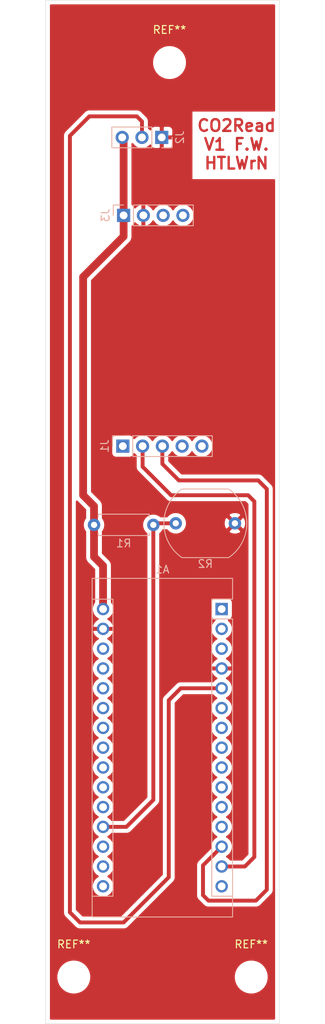
<source format=kicad_pcb>
(kicad_pcb (version 20171130) (host pcbnew "(5.1.6)-1")

  (general
    (thickness 1.6)
    (drawings 10)
    (tracks 48)
    (zones 0)
    (modules 9)
    (nets 35)
  )

  (page A4)
  (layers
    (0 F.Cu signal)
    (31 B.Cu signal)
    (32 B.Adhes user)
    (33 F.Adhes user)
    (34 B.Paste user)
    (35 F.Paste user)
    (36 B.SilkS user)
    (37 F.SilkS user)
    (38 B.Mask user)
    (39 F.Mask user)
    (40 Dwgs.User user)
    (41 Cmts.User user)
    (42 Eco1.User user)
    (43 Eco2.User user)
    (44 Edge.Cuts user)
    (45 Margin user)
    (46 B.CrtYd user)
    (47 F.CrtYd user)
    (48 B.Fab user)
    (49 F.Fab user)
  )

  (setup
    (last_trace_width 0.5)
    (user_trace_width 0.5)
    (user_trace_width 1)
    (trace_clearance 0.2)
    (zone_clearance 0.508)
    (zone_45_only no)
    (trace_min 0.2)
    (via_size 0.8)
    (via_drill 0.4)
    (via_min_size 0.4)
    (via_min_drill 0.3)
    (uvia_size 0.3)
    (uvia_drill 0.1)
    (uvias_allowed no)
    (uvia_min_size 0.2)
    (uvia_min_drill 0.1)
    (edge_width 0.05)
    (segment_width 0.2)
    (pcb_text_width 0.3)
    (pcb_text_size 1.5 1.5)
    (mod_edge_width 0.12)
    (mod_text_size 1 1)
    (mod_text_width 0.15)
    (pad_size 1.524 1.524)
    (pad_drill 0.762)
    (pad_to_mask_clearance 0.05)
    (aux_axis_origin 0 0)
    (visible_elements FFFFFF7F)
    (pcbplotparams
      (layerselection 0x010fc_ffffffff)
      (usegerberextensions false)
      (usegerberattributes true)
      (usegerberadvancedattributes true)
      (creategerberjobfile true)
      (excludeedgelayer true)
      (linewidth 0.100000)
      (plotframeref false)
      (viasonmask false)
      (mode 1)
      (useauxorigin false)
      (hpglpennumber 1)
      (hpglpenspeed 20)
      (hpglpendiameter 15.000000)
      (psnegative false)
      (psa4output false)
      (plotreference true)
      (plotvalue true)
      (plotinvisibletext false)
      (padsonsilk false)
      (subtractmaskfromsilk false)
      (outputformat 1)
      (mirror false)
      (drillshape 1)
      (scaleselection 1)
      (outputdirectory ""))
  )

  (net 0 "")
  (net 1 "Net-(A1-Pad16)")
  (net 2 "Net-(A1-Pad15)")
  (net 3 +5V)
  (net 4 CO2RX_uCTX)
  (net 5 GND)
  (net 6 CO2TX_uCRX)
  (net 7 "Net-(A1-Pad28)")
  (net 8 "Net-(A1-Pad12)")
  (net 9 "Net-(A1-Pad27)")
  (net 10 "Net-(A1-Pad11)")
  (net 11 "Net-(A1-Pad26)")
  (net 12 "Net-(A1-Pad10)")
  (net 13 "Net-(A1-Pad25)")
  (net 14 "Net-(A1-Pad9)")
  (net 15 "Net-(A1-Pad24)")
  (net 16 "Net-(A1-Pad8)")
  (net 17 "Net-(A1-Pad23)")
  (net 18 "Net-(A1-Pad7)")
  (net 19 "Net-(A1-Pad22)")
  (net 20 "Net-(A1-Pad6)")
  (net 21 "Net-(A1-Pad21)")
  (net 22 LED_DIn)
  (net 23 "Net-(A1-Pad20)")
  (net 24 "Net-(A1-Pad3)")
  (net 25 "Net-(A1-Pad18)")
  (net 26 "Net-(A1-Pad2)")
  (net 27 "Net-(A1-Pad17)")
  (net 28 "Net-(A1-Pad1)")
  (net 29 "Net-(J1-Pad5)")
  (net 30 "Net-(J1-Pad4)")
  (net 31 "Net-(J1-Pad1)")
  (net 32 "Net-(J3-Pad4)")
  (net 33 "Net-(J3-Pad3)")
  (net 34 light_sense)

  (net_class Default "This is the default net class."
    (clearance 0.2)
    (trace_width 0.25)
    (via_dia 0.8)
    (via_drill 0.4)
    (uvia_dia 0.3)
    (uvia_drill 0.1)
    (add_net +5V)
    (add_net CO2RX_uCTX)
    (add_net CO2TX_uCRX)
    (add_net GND)
    (add_net LED_DIn)
    (add_net "Net-(A1-Pad1)")
    (add_net "Net-(A1-Pad10)")
    (add_net "Net-(A1-Pad11)")
    (add_net "Net-(A1-Pad12)")
    (add_net "Net-(A1-Pad15)")
    (add_net "Net-(A1-Pad16)")
    (add_net "Net-(A1-Pad17)")
    (add_net "Net-(A1-Pad18)")
    (add_net "Net-(A1-Pad2)")
    (add_net "Net-(A1-Pad20)")
    (add_net "Net-(A1-Pad21)")
    (add_net "Net-(A1-Pad22)")
    (add_net "Net-(A1-Pad23)")
    (add_net "Net-(A1-Pad24)")
    (add_net "Net-(A1-Pad25)")
    (add_net "Net-(A1-Pad26)")
    (add_net "Net-(A1-Pad27)")
    (add_net "Net-(A1-Pad28)")
    (add_net "Net-(A1-Pad3)")
    (add_net "Net-(A1-Pad6)")
    (add_net "Net-(A1-Pad7)")
    (add_net "Net-(A1-Pad8)")
    (add_net "Net-(A1-Pad9)")
    (add_net "Net-(J1-Pad1)")
    (add_net "Net-(J1-Pad4)")
    (add_net "Net-(J1-Pad5)")
    (add_net "Net-(J3-Pad3)")
    (add_net "Net-(J3-Pad4)")
    (add_net light_sense)
  )

  (module MountingHole:MountingHole_3.2mm_M3 (layer F.Cu) (tedit 56D1B4CB) (tstamp 5F5E82DC)
    (at 235.9 34.6)
    (descr "Mounting Hole 3.2mm, no annular, M3")
    (tags "mounting hole 3.2mm no annular m3")
    (attr virtual)
    (fp_text reference REF** (at 0 -4.2) (layer F.SilkS)
      (effects (font (size 1 1) (thickness 0.15)))
    )
    (fp_text value MountingHole_3.2mm_M3 (at 0 4.2) (layer F.Fab)
      (effects (font (size 1 1) (thickness 0.15)))
    )
    (fp_text user %R (at 0.3 0) (layer F.Fab)
      (effects (font (size 1 1) (thickness 0.15)))
    )
    (fp_circle (center 0 0) (end 3.2 0) (layer Cmts.User) (width 0.15))
    (fp_circle (center 0 0) (end 3.45 0) (layer F.CrtYd) (width 0.05))
    (pad 1 np_thru_hole circle (at 0 0) (size 3.2 3.2) (drill 3.2) (layers *.Cu *.Mask))
  )

  (module MountingHole:MountingHole_3.2mm_M3 (layer F.Cu) (tedit 56D1B4CB) (tstamp 5F5E82AF)
    (at 246.4 151.9)
    (descr "Mounting Hole 3.2mm, no annular, M3")
    (tags "mounting hole 3.2mm no annular m3")
    (attr virtual)
    (fp_text reference REF** (at 0 -4.2) (layer F.SilkS)
      (effects (font (size 1 1) (thickness 0.15)))
    )
    (fp_text value MountingHole_3.2mm_M3 (at 0 4.2) (layer F.Fab)
      (effects (font (size 1 1) (thickness 0.15)))
    )
    (fp_text user %R (at 0.3 0) (layer F.Fab)
      (effects (font (size 1 1) (thickness 0.15)))
    )
    (fp_circle (center 0 0) (end 3.2 0) (layer Cmts.User) (width 0.15))
    (fp_circle (center 0 0) (end 3.45 0) (layer F.CrtYd) (width 0.05))
    (pad 1 np_thru_hole circle (at 0 0) (size 3.2 3.2) (drill 3.2) (layers *.Cu *.Mask))
  )

  (module MountingHole:MountingHole_3.2mm_M3 (layer F.Cu) (tedit 56D1B4CB) (tstamp 5F5E828A)
    (at 223.6 151.9)
    (descr "Mounting Hole 3.2mm, no annular, M3")
    (tags "mounting hole 3.2mm no annular m3")
    (attr virtual)
    (fp_text reference REF** (at 0 -4.2) (layer F.SilkS)
      (effects (font (size 1 1) (thickness 0.15)))
    )
    (fp_text value MountingHole_3.2mm_M3 (at 0 4.2) (layer F.Fab)
      (effects (font (size 1 1) (thickness 0.15)))
    )
    (fp_text user %R (at 0.3 0) (layer F.Fab)
      (effects (font (size 1 1) (thickness 0.15)))
    )
    (fp_circle (center 0 0) (end 3.2 0) (layer Cmts.User) (width 0.15))
    (fp_circle (center 0 0) (end 3.45 0) (layer F.CrtYd) (width 0.05))
    (pad 1 np_thru_hole circle (at 0 0) (size 3.2 3.2) (drill 3.2) (layers *.Cu *.Mask))
  )

  (module OptoDevice:R_LDR_10x8.5mm_P7.6mm_Vertical (layer B.Cu) (tedit 5B860466) (tstamp 5F5E1FB5)
    (at 236.7 93.7)
    (descr "Resistor, LDR 10x8.5mm")
    (tags "Resistor LDR10.8.5mm")
    (path /5F5E3471)
    (fp_text reference R2 (at 3.8 5.2) (layer B.SilkS)
      (effects (font (size 1 1) (thickness 0.15)) (justify mirror))
    )
    (fp_text value LDR03 (at 3.7 -5.2) (layer B.Fab)
      (effects (font (size 1 1) (thickness 0.15)) (justify mirror))
    )
    (fp_arc (start 3.8 0) (end 0.8 -4.25) (angle -109) (layer B.Fab) (width 0.1))
    (fp_arc (start 3.8 0) (end 6.8 4.25) (angle -109) (layer B.Fab) (width 0.1))
    (fp_arc (start 3.8 0) (end 6.8 4.4) (angle -111) (layer B.SilkS) (width 0.12))
    (fp_arc (start 3.8 0) (end 0.8 -4.4) (angle -111) (layer B.SilkS) (width 0.12))
    (fp_text user %R (at 3.8 2.5) (layer B.Fab)
      (effects (font (size 1 1) (thickness 0.15)) (justify mirror))
    )
    (fp_line (start 0.8 -4.4) (end 6.8 -4.4) (layer B.SilkS) (width 0.12))
    (fp_line (start 0.8 4.4) (end 6.8 4.4) (layer B.SilkS) (width 0.12))
    (fp_line (start 2.9 1.8) (end 4.7 1.8) (layer B.Fab) (width 0.1))
    (fp_line (start 4.7 1.8) (end 4.7 1.2) (layer B.Fab) (width 0.1))
    (fp_line (start 4.7 1.2) (end 2.9 1.2) (layer B.Fab) (width 0.1))
    (fp_line (start 2.9 1.2) (end 2.9 0.6) (layer B.Fab) (width 0.1))
    (fp_line (start 2.9 0.6) (end 4.7 0.6) (layer B.Fab) (width 0.1))
    (fp_line (start 4.7 0.6) (end 4.7 0) (layer B.Fab) (width 0.1))
    (fp_line (start 4.7 0) (end 2.9 0) (layer B.Fab) (width 0.1))
    (fp_line (start 2.9 0) (end 2.9 -0.6) (layer B.Fab) (width 0.1))
    (fp_line (start 2.9 -0.6) (end 4.7 -0.6) (layer B.Fab) (width 0.1))
    (fp_line (start 4.7 -0.6) (end 4.7 -1.2) (layer B.Fab) (width 0.1))
    (fp_line (start 4.7 -1.2) (end 2.9 -1.2) (layer B.Fab) (width 0.1))
    (fp_line (start 2.9 -1.2) (end 2.9 -1.8) (layer B.Fab) (width 0.1))
    (fp_line (start 2.9 -1.8) (end 4.7 -1.8) (layer B.Fab) (width 0.1))
    (fp_line (start 6.8 -4.25) (end 0.8 -4.25) (layer B.Fab) (width 0.1))
    (fp_line (start 0.8 4.25) (end 6.8 4.25) (layer B.Fab) (width 0.1))
    (fp_line (start -1.65 4.5) (end 9.25 4.5) (layer B.CrtYd) (width 0.05))
    (fp_line (start -1.65 4.5) (end -1.65 -4.5) (layer B.CrtYd) (width 0.05))
    (fp_line (start 9.25 -4.5) (end 9.25 4.5) (layer B.CrtYd) (width 0.05))
    (fp_line (start 9.25 -4.5) (end -1.65 -4.5) (layer B.CrtYd) (width 0.05))
    (pad 2 thru_hole circle (at 7.6 0) (size 1.6 1.6) (drill 0.8) (layers *.Cu *.Mask)
      (net 5 GND))
    (pad 1 thru_hole circle (at 0 0) (size 1.6 1.6) (drill 0.8) (layers *.Cu *.Mask)
      (net 34 light_sense))
    (model ${KISYS3DMOD}/OptoDevice.3dshapes/R_LDR_10x8.5mm_P7.6mm_Vertical.wrl
      (at (xyz 0 0 0))
      (scale (xyz 1 1 1))
      (rotate (xyz 0 0 0))
    )
  )

  (module Resistor_THT:R_Axial_DIN0207_L6.3mm_D2.5mm_P7.62mm_Horizontal (layer B.Cu) (tedit 5AE5139B) (tstamp 5F5E1F95)
    (at 226.2 93.9)
    (descr "Resistor, Axial_DIN0207 series, Axial, Horizontal, pin pitch=7.62mm, 0.25W = 1/4W, length*diameter=6.3*2.5mm^2, http://cdn-reichelt.de/documents/datenblatt/B400/1_4W%23YAG.pdf")
    (tags "Resistor Axial_DIN0207 series Axial Horizontal pin pitch 7.62mm 0.25W = 1/4W length 6.3mm diameter 2.5mm")
    (path /5F5E3197)
    (fp_text reference R1 (at 3.81 2.37) (layer B.SilkS)
      (effects (font (size 1 1) (thickness 0.15)) (justify mirror))
    )
    (fp_text value R (at 3.81 -2.37) (layer B.Fab)
      (effects (font (size 1 1) (thickness 0.15)) (justify mirror))
    )
    (fp_text user %R (at 3.81 0) (layer B.Fab)
      (effects (font (size 1 1) (thickness 0.15)) (justify mirror))
    )
    (fp_line (start 0.66 1.25) (end 0.66 -1.25) (layer B.Fab) (width 0.1))
    (fp_line (start 0.66 -1.25) (end 6.96 -1.25) (layer B.Fab) (width 0.1))
    (fp_line (start 6.96 -1.25) (end 6.96 1.25) (layer B.Fab) (width 0.1))
    (fp_line (start 6.96 1.25) (end 0.66 1.25) (layer B.Fab) (width 0.1))
    (fp_line (start 0 0) (end 0.66 0) (layer B.Fab) (width 0.1))
    (fp_line (start 7.62 0) (end 6.96 0) (layer B.Fab) (width 0.1))
    (fp_line (start 0.54 1.04) (end 0.54 1.37) (layer B.SilkS) (width 0.12))
    (fp_line (start 0.54 1.37) (end 7.08 1.37) (layer B.SilkS) (width 0.12))
    (fp_line (start 7.08 1.37) (end 7.08 1.04) (layer B.SilkS) (width 0.12))
    (fp_line (start 0.54 -1.04) (end 0.54 -1.37) (layer B.SilkS) (width 0.12))
    (fp_line (start 0.54 -1.37) (end 7.08 -1.37) (layer B.SilkS) (width 0.12))
    (fp_line (start 7.08 -1.37) (end 7.08 -1.04) (layer B.SilkS) (width 0.12))
    (fp_line (start -1.05 1.5) (end -1.05 -1.5) (layer B.CrtYd) (width 0.05))
    (fp_line (start -1.05 -1.5) (end 8.67 -1.5) (layer B.CrtYd) (width 0.05))
    (fp_line (start 8.67 -1.5) (end 8.67 1.5) (layer B.CrtYd) (width 0.05))
    (fp_line (start 8.67 1.5) (end -1.05 1.5) (layer B.CrtYd) (width 0.05))
    (pad 2 thru_hole oval (at 7.62 0) (size 1.6 1.6) (drill 0.8) (layers *.Cu *.Mask)
      (net 34 light_sense))
    (pad 1 thru_hole circle (at 0 0) (size 1.6 1.6) (drill 0.8) (layers *.Cu *.Mask)
      (net 3 +5V))
    (model ${KISYS3DMOD}/Resistor_THT.3dshapes/R_Axial_DIN0207_L6.3mm_D2.5mm_P7.62mm_Horizontal.wrl
      (at (xyz 0 0 0))
      (scale (xyz 1 1 1))
      (rotate (xyz 0 0 0))
    )
  )

  (module Connector_PinHeader_2.54mm:PinHeader_1x04_P2.54mm_Vertical (layer B.Cu) (tedit 59FED5CC) (tstamp 5F5E1F7E)
    (at 230 54.2 270)
    (descr "Through hole straight pin header, 1x04, 2.54mm pitch, single row")
    (tags "Through hole pin header THT 1x04 2.54mm single row")
    (path /5F5E1F1D)
    (fp_text reference J3 (at 0 2.33 90) (layer B.SilkS)
      (effects (font (size 1 1) (thickness 0.15)) (justify mirror))
    )
    (fp_text value Conn_01x04 (at 0 -9.95 90) (layer B.Fab)
      (effects (font (size 1 1) (thickness 0.15)) (justify mirror))
    )
    (fp_text user %R (at 0 -3.81 180) (layer B.Fab)
      (effects (font (size 1 1) (thickness 0.15)) (justify mirror))
    )
    (fp_line (start -0.635 1.27) (end 1.27 1.27) (layer B.Fab) (width 0.1))
    (fp_line (start 1.27 1.27) (end 1.27 -8.89) (layer B.Fab) (width 0.1))
    (fp_line (start 1.27 -8.89) (end -1.27 -8.89) (layer B.Fab) (width 0.1))
    (fp_line (start -1.27 -8.89) (end -1.27 0.635) (layer B.Fab) (width 0.1))
    (fp_line (start -1.27 0.635) (end -0.635 1.27) (layer B.Fab) (width 0.1))
    (fp_line (start -1.33 -8.95) (end 1.33 -8.95) (layer B.SilkS) (width 0.12))
    (fp_line (start -1.33 -1.27) (end -1.33 -8.95) (layer B.SilkS) (width 0.12))
    (fp_line (start 1.33 -1.27) (end 1.33 -8.95) (layer B.SilkS) (width 0.12))
    (fp_line (start -1.33 -1.27) (end 1.33 -1.27) (layer B.SilkS) (width 0.12))
    (fp_line (start -1.33 0) (end -1.33 1.33) (layer B.SilkS) (width 0.12))
    (fp_line (start -1.33 1.33) (end 0 1.33) (layer B.SilkS) (width 0.12))
    (fp_line (start -1.8 1.8) (end -1.8 -9.4) (layer B.CrtYd) (width 0.05))
    (fp_line (start -1.8 -9.4) (end 1.8 -9.4) (layer B.CrtYd) (width 0.05))
    (fp_line (start 1.8 -9.4) (end 1.8 1.8) (layer B.CrtYd) (width 0.05))
    (fp_line (start 1.8 1.8) (end -1.8 1.8) (layer B.CrtYd) (width 0.05))
    (pad 4 thru_hole oval (at 0 -7.62 270) (size 1.7 1.7) (drill 1) (layers *.Cu *.Mask)
      (net 32 "Net-(J3-Pad4)"))
    (pad 3 thru_hole oval (at 0 -5.08 270) (size 1.7 1.7) (drill 1) (layers *.Cu *.Mask)
      (net 33 "Net-(J3-Pad3)"))
    (pad 2 thru_hole oval (at 0 -2.54 270) (size 1.7 1.7) (drill 1) (layers *.Cu *.Mask)
      (net 5 GND))
    (pad 1 thru_hole rect (at 0 0 270) (size 1.7 1.7) (drill 1) (layers *.Cu *.Mask)
      (net 3 +5V))
    (model ${KISYS3DMOD}/Connector_PinHeader_2.54mm.3dshapes/PinHeader_1x04_P2.54mm_Vertical.wrl
      (at (xyz 0 0 0))
      (scale (xyz 1 1 1))
      (rotate (xyz 0 0 0))
    )
  )

  (module Connector_PinHeader_2.54mm:PinHeader_1x03_P2.54mm_Vertical (layer B.Cu) (tedit 59FED5CC) (tstamp 5F5E1F66)
    (at 234.9 44.2 90)
    (descr "Through hole straight pin header, 1x03, 2.54mm pitch, single row")
    (tags "Through hole pin header THT 1x03 2.54mm single row")
    (path /5F5E2E85)
    (fp_text reference J2 (at 0 2.33 90) (layer B.SilkS)
      (effects (font (size 1 1) (thickness 0.15)) (justify mirror))
    )
    (fp_text value Conn_01x03 (at 0 -7.41 90) (layer B.Fab)
      (effects (font (size 1 1) (thickness 0.15)) (justify mirror))
    )
    (fp_text user %R (at 0 -2.54 180) (layer B.Fab)
      (effects (font (size 1 1) (thickness 0.15)) (justify mirror))
    )
    (fp_line (start -0.635 1.27) (end 1.27 1.27) (layer B.Fab) (width 0.1))
    (fp_line (start 1.27 1.27) (end 1.27 -6.35) (layer B.Fab) (width 0.1))
    (fp_line (start 1.27 -6.35) (end -1.27 -6.35) (layer B.Fab) (width 0.1))
    (fp_line (start -1.27 -6.35) (end -1.27 0.635) (layer B.Fab) (width 0.1))
    (fp_line (start -1.27 0.635) (end -0.635 1.27) (layer B.Fab) (width 0.1))
    (fp_line (start -1.33 -6.41) (end 1.33 -6.41) (layer B.SilkS) (width 0.12))
    (fp_line (start -1.33 -1.27) (end -1.33 -6.41) (layer B.SilkS) (width 0.12))
    (fp_line (start 1.33 -1.27) (end 1.33 -6.41) (layer B.SilkS) (width 0.12))
    (fp_line (start -1.33 -1.27) (end 1.33 -1.27) (layer B.SilkS) (width 0.12))
    (fp_line (start -1.33 0) (end -1.33 1.33) (layer B.SilkS) (width 0.12))
    (fp_line (start -1.33 1.33) (end 0 1.33) (layer B.SilkS) (width 0.12))
    (fp_line (start -1.8 1.8) (end -1.8 -6.85) (layer B.CrtYd) (width 0.05))
    (fp_line (start -1.8 -6.85) (end 1.8 -6.85) (layer B.CrtYd) (width 0.05))
    (fp_line (start 1.8 -6.85) (end 1.8 1.8) (layer B.CrtYd) (width 0.05))
    (fp_line (start 1.8 1.8) (end -1.8 1.8) (layer B.CrtYd) (width 0.05))
    (pad 3 thru_hole oval (at 0 -5.08 90) (size 1.7 1.7) (drill 1) (layers *.Cu *.Mask)
      (net 3 +5V))
    (pad 2 thru_hole oval (at 0 -2.54 90) (size 1.7 1.7) (drill 1) (layers *.Cu *.Mask)
      (net 22 LED_DIn))
    (pad 1 thru_hole rect (at 0 0 90) (size 1.7 1.7) (drill 1) (layers *.Cu *.Mask)
      (net 5 GND))
    (model ${KISYS3DMOD}/Connector_PinHeader_2.54mm.3dshapes/PinHeader_1x03_P2.54mm_Vertical.wrl
      (at (xyz 0 0 0))
      (scale (xyz 1 1 1))
      (rotate (xyz 0 0 0))
    )
  )

  (module Connector_PinHeader_2.54mm:PinHeader_1x05_P2.54mm_Vertical (layer B.Cu) (tedit 59FED5CC) (tstamp 5F5E1F4F)
    (at 229.9 83.8 270)
    (descr "Through hole straight pin header, 1x05, 2.54mm pitch, single row")
    (tags "Through hole pin header THT 1x05 2.54mm single row")
    (path /5F5E273C)
    (fp_text reference J1 (at 0 2.33 90) (layer B.SilkS)
      (effects (font (size 1 1) (thickness 0.15)) (justify mirror))
    )
    (fp_text value Conn_01x05 (at 0 -12.49 90) (layer B.Fab)
      (effects (font (size 1 1) (thickness 0.15)) (justify mirror))
    )
    (fp_text user %R (at 0 -5.08 180) (layer B.Fab)
      (effects (font (size 1 1) (thickness 0.15)) (justify mirror))
    )
    (fp_line (start -0.635 1.27) (end 1.27 1.27) (layer B.Fab) (width 0.1))
    (fp_line (start 1.27 1.27) (end 1.27 -11.43) (layer B.Fab) (width 0.1))
    (fp_line (start 1.27 -11.43) (end -1.27 -11.43) (layer B.Fab) (width 0.1))
    (fp_line (start -1.27 -11.43) (end -1.27 0.635) (layer B.Fab) (width 0.1))
    (fp_line (start -1.27 0.635) (end -0.635 1.27) (layer B.Fab) (width 0.1))
    (fp_line (start -1.33 -11.49) (end 1.33 -11.49) (layer B.SilkS) (width 0.12))
    (fp_line (start -1.33 -1.27) (end -1.33 -11.49) (layer B.SilkS) (width 0.12))
    (fp_line (start 1.33 -1.27) (end 1.33 -11.49) (layer B.SilkS) (width 0.12))
    (fp_line (start -1.33 -1.27) (end 1.33 -1.27) (layer B.SilkS) (width 0.12))
    (fp_line (start -1.33 0) (end -1.33 1.33) (layer B.SilkS) (width 0.12))
    (fp_line (start -1.33 1.33) (end 0 1.33) (layer B.SilkS) (width 0.12))
    (fp_line (start -1.8 1.8) (end -1.8 -11.95) (layer B.CrtYd) (width 0.05))
    (fp_line (start -1.8 -11.95) (end 1.8 -11.95) (layer B.CrtYd) (width 0.05))
    (fp_line (start 1.8 -11.95) (end 1.8 1.8) (layer B.CrtYd) (width 0.05))
    (fp_line (start 1.8 1.8) (end -1.8 1.8) (layer B.CrtYd) (width 0.05))
    (pad 5 thru_hole oval (at 0 -10.16 270) (size 1.7 1.7) (drill 1) (layers *.Cu *.Mask)
      (net 29 "Net-(J1-Pad5)"))
    (pad 4 thru_hole oval (at 0 -7.62 270) (size 1.7 1.7) (drill 1) (layers *.Cu *.Mask)
      (net 30 "Net-(J1-Pad4)"))
    (pad 3 thru_hole oval (at 0 -5.08 270) (size 1.7 1.7) (drill 1) (layers *.Cu *.Mask)
      (net 6 CO2TX_uCRX))
    (pad 2 thru_hole oval (at 0 -2.54 270) (size 1.7 1.7) (drill 1) (layers *.Cu *.Mask)
      (net 4 CO2RX_uCTX))
    (pad 1 thru_hole rect (at 0 0 270) (size 1.7 1.7) (drill 1) (layers *.Cu *.Mask)
      (net 31 "Net-(J1-Pad1)"))
    (model ${KISYS3DMOD}/Connector_PinHeader_2.54mm.3dshapes/PinHeader_1x05_P2.54mm_Vertical.wrl
      (at (xyz 0 0 0))
      (scale (xyz 1 1 1))
      (rotate (xyz 0 0 0))
    )
  )

  (module Module:Arduino_Nano (layer B.Cu) (tedit 58ACAF70) (tstamp 5F5E24EF)
    (at 242.6 104.7 180)
    (descr "Arduino Nano, http://www.mouser.com/pdfdocs/Gravitech_Arduino_Nano3_0.pdf")
    (tags "Arduino Nano")
    (path /5F5E1216)
    (fp_text reference A1 (at 7.62 5.08) (layer B.SilkS)
      (effects (font (size 1 1) (thickness 0.15)) (justify mirror))
    )
    (fp_text value Arduino_Nano_v2.x (at 8.89 -19.05 270) (layer B.Fab)
      (effects (font (size 1 1) (thickness 0.15)) (justify mirror))
    )
    (fp_text user %R (at 6.35 -19.05 270) (layer B.Fab)
      (effects (font (size 1 1) (thickness 0.15)) (justify mirror))
    )
    (fp_line (start 1.27 -1.27) (end 1.27 1.27) (layer B.SilkS) (width 0.12))
    (fp_line (start 1.27 1.27) (end -1.4 1.27) (layer B.SilkS) (width 0.12))
    (fp_line (start -1.4 -1.27) (end -1.4 -39.5) (layer B.SilkS) (width 0.12))
    (fp_line (start -1.4 3.94) (end -1.4 1.27) (layer B.SilkS) (width 0.12))
    (fp_line (start 13.97 1.27) (end 16.64 1.27) (layer B.SilkS) (width 0.12))
    (fp_line (start 13.97 1.27) (end 13.97 -36.83) (layer B.SilkS) (width 0.12))
    (fp_line (start 13.97 -36.83) (end 16.64 -36.83) (layer B.SilkS) (width 0.12))
    (fp_line (start 1.27 -1.27) (end -1.4 -1.27) (layer B.SilkS) (width 0.12))
    (fp_line (start 1.27 -1.27) (end 1.27 -36.83) (layer B.SilkS) (width 0.12))
    (fp_line (start 1.27 -36.83) (end -1.4 -36.83) (layer B.SilkS) (width 0.12))
    (fp_line (start 3.81 -31.75) (end 11.43 -31.75) (layer B.Fab) (width 0.1))
    (fp_line (start 11.43 -31.75) (end 11.43 -41.91) (layer B.Fab) (width 0.1))
    (fp_line (start 11.43 -41.91) (end 3.81 -41.91) (layer B.Fab) (width 0.1))
    (fp_line (start 3.81 -41.91) (end 3.81 -31.75) (layer B.Fab) (width 0.1))
    (fp_line (start -1.4 -39.5) (end 16.64 -39.5) (layer B.SilkS) (width 0.12))
    (fp_line (start 16.64 -39.5) (end 16.64 3.94) (layer B.SilkS) (width 0.12))
    (fp_line (start 16.64 3.94) (end -1.4 3.94) (layer B.SilkS) (width 0.12))
    (fp_line (start 16.51 -39.37) (end -1.27 -39.37) (layer B.Fab) (width 0.1))
    (fp_line (start -1.27 -39.37) (end -1.27 2.54) (layer B.Fab) (width 0.1))
    (fp_line (start -1.27 2.54) (end 0 3.81) (layer B.Fab) (width 0.1))
    (fp_line (start 0 3.81) (end 16.51 3.81) (layer B.Fab) (width 0.1))
    (fp_line (start 16.51 3.81) (end 16.51 -39.37) (layer B.Fab) (width 0.1))
    (fp_line (start -1.53 4.06) (end 16.75 4.06) (layer B.CrtYd) (width 0.05))
    (fp_line (start -1.53 4.06) (end -1.53 -42.16) (layer B.CrtYd) (width 0.05))
    (fp_line (start 16.75 -42.16) (end 16.75 4.06) (layer B.CrtYd) (width 0.05))
    (fp_line (start 16.75 -42.16) (end -1.53 -42.16) (layer B.CrtYd) (width 0.05))
    (pad 16 thru_hole oval (at 15.24 -35.56 180) (size 1.6 1.6) (drill 1) (layers *.Cu *.Mask)
      (net 1 "Net-(A1-Pad16)"))
    (pad 15 thru_hole oval (at 0 -35.56 180) (size 1.6 1.6) (drill 1) (layers *.Cu *.Mask)
      (net 2 "Net-(A1-Pad15)"))
    (pad 30 thru_hole oval (at 15.24 0 180) (size 1.6 1.6) (drill 1) (layers *.Cu *.Mask)
      (net 3 +5V))
    (pad 14 thru_hole oval (at 0 -33.02 180) (size 1.6 1.6) (drill 1) (layers *.Cu *.Mask)
      (net 4 CO2RX_uCTX))
    (pad 29 thru_hole oval (at 15.24 -2.54 180) (size 1.6 1.6) (drill 1) (layers *.Cu *.Mask)
      (net 5 GND))
    (pad 13 thru_hole oval (at 0 -30.48 180) (size 1.6 1.6) (drill 1) (layers *.Cu *.Mask)
      (net 6 CO2TX_uCRX))
    (pad 28 thru_hole oval (at 15.24 -5.08 180) (size 1.6 1.6) (drill 1) (layers *.Cu *.Mask)
      (net 7 "Net-(A1-Pad28)"))
    (pad 12 thru_hole oval (at 0 -27.94 180) (size 1.6 1.6) (drill 1) (layers *.Cu *.Mask)
      (net 8 "Net-(A1-Pad12)"))
    (pad 27 thru_hole oval (at 15.24 -7.62 180) (size 1.6 1.6) (drill 1) (layers *.Cu *.Mask)
      (net 9 "Net-(A1-Pad27)"))
    (pad 11 thru_hole oval (at 0 -25.4 180) (size 1.6 1.6) (drill 1) (layers *.Cu *.Mask)
      (net 10 "Net-(A1-Pad11)"))
    (pad 26 thru_hole oval (at 15.24 -10.16 180) (size 1.6 1.6) (drill 1) (layers *.Cu *.Mask)
      (net 11 "Net-(A1-Pad26)"))
    (pad 10 thru_hole oval (at 0 -22.86 180) (size 1.6 1.6) (drill 1) (layers *.Cu *.Mask)
      (net 12 "Net-(A1-Pad10)"))
    (pad 25 thru_hole oval (at 15.24 -12.7 180) (size 1.6 1.6) (drill 1) (layers *.Cu *.Mask)
      (net 13 "Net-(A1-Pad25)"))
    (pad 9 thru_hole oval (at 0 -20.32 180) (size 1.6 1.6) (drill 1) (layers *.Cu *.Mask)
      (net 14 "Net-(A1-Pad9)"))
    (pad 24 thru_hole oval (at 15.24 -15.24 180) (size 1.6 1.6) (drill 1) (layers *.Cu *.Mask)
      (net 15 "Net-(A1-Pad24)"))
    (pad 8 thru_hole oval (at 0 -17.78 180) (size 1.6 1.6) (drill 1) (layers *.Cu *.Mask)
      (net 16 "Net-(A1-Pad8)"))
    (pad 23 thru_hole oval (at 15.24 -17.78 180) (size 1.6 1.6) (drill 1) (layers *.Cu *.Mask)
      (net 17 "Net-(A1-Pad23)"))
    (pad 7 thru_hole oval (at 0 -15.24 180) (size 1.6 1.6) (drill 1) (layers *.Cu *.Mask)
      (net 18 "Net-(A1-Pad7)"))
    (pad 22 thru_hole oval (at 15.24 -20.32 180) (size 1.6 1.6) (drill 1) (layers *.Cu *.Mask)
      (net 19 "Net-(A1-Pad22)"))
    (pad 6 thru_hole oval (at 0 -12.7 180) (size 1.6 1.6) (drill 1) (layers *.Cu *.Mask)
      (net 20 "Net-(A1-Pad6)"))
    (pad 21 thru_hole oval (at 15.24 -22.86 180) (size 1.6 1.6) (drill 1) (layers *.Cu *.Mask)
      (net 21 "Net-(A1-Pad21)"))
    (pad 5 thru_hole oval (at 0 -10.16 180) (size 1.6 1.6) (drill 1) (layers *.Cu *.Mask)
      (net 22 LED_DIn))
    (pad 20 thru_hole oval (at 15.24 -25.4 180) (size 1.6 1.6) (drill 1) (layers *.Cu *.Mask)
      (net 23 "Net-(A1-Pad20)"))
    (pad 4 thru_hole oval (at 0 -7.62 180) (size 1.6 1.6) (drill 1) (layers *.Cu *.Mask)
      (net 5 GND))
    (pad 19 thru_hole oval (at 15.24 -27.94 180) (size 1.6 1.6) (drill 1) (layers *.Cu *.Mask)
      (net 34 light_sense))
    (pad 3 thru_hole oval (at 0 -5.08 180) (size 1.6 1.6) (drill 1) (layers *.Cu *.Mask)
      (net 24 "Net-(A1-Pad3)"))
    (pad 18 thru_hole oval (at 15.24 -30.48 180) (size 1.6 1.6) (drill 1) (layers *.Cu *.Mask)
      (net 25 "Net-(A1-Pad18)"))
    (pad 2 thru_hole oval (at 0 -2.54 180) (size 1.6 1.6) (drill 1) (layers *.Cu *.Mask)
      (net 26 "Net-(A1-Pad2)"))
    (pad 17 thru_hole oval (at 15.24 -33.02 180) (size 1.6 1.6) (drill 1) (layers *.Cu *.Mask)
      (net 27 "Net-(A1-Pad17)"))
    (pad 1 thru_hole rect (at 0 0 180) (size 1.6 1.6) (drill 1) (layers *.Cu *.Mask)
      (net 28 "Net-(A1-Pad1)"))
    (model ${KISYS3DMOD}/Module.3dshapes/Arduino_Nano_WithMountingHoles.wrl
      (at (xyz 0 0 0))
      (scale (xyz 1 1 1))
      (rotate (xyz 0 0 0))
    )
  )

  (gr_line (start 220 157.9) (end 220 147) (layer Edge.Cuts) (width 0.05) (tstamp 5F5E82DF))
  (gr_line (start 250 157.9) (end 220 157.9) (layer Edge.Cuts) (width 0.05))
  (gr_line (start 250 147) (end 250 157.9) (layer Edge.Cuts) (width 0.05))
  (gr_line (start 250 26.6) (end 250 40) (layer Edge.Cuts) (width 0.05) (tstamp 5F5E82DD))
  (gr_line (start 220 26.6) (end 250 26.6) (layer Edge.Cuts) (width 0.05))
  (gr_line (start 220 40) (end 220 26.6) (layer Edge.Cuts) (width 0.05))
  (gr_line (start 223.5 151.9) (end 246.4 151.9) (layer Dwgs.User) (width 0.15))
  (gr_text "CO2Read\nV1 F.W.\nHTLWrN" (at 244.5 45.1) (layer F.Cu)
    (effects (font (size 1.5 1.5) (thickness 0.3)))
  )
  (gr_line (start 220 40) (end 220 147) (layer Edge.Cuts) (width 0.05))
  (gr_line (start 250 147) (end 250 40) (layer Edge.Cuts) (width 0.05))

  (segment (start 227.36 104.7) (end 227.36 99.16) (width 1) (layer F.Cu) (net 3))
  (segment (start 226.2 98) (end 226.2 93.9) (width 1) (layer F.Cu) (net 3))
  (segment (start 227.36 99.16) (end 226.2 98) (width 1) (layer F.Cu) (net 3))
  (segment (start 230 56.9) (end 230 54.2) (width 1) (layer F.Cu) (net 3))
  (segment (start 230 44.38) (end 229.82 44.2) (width 1) (layer F.Cu) (net 3))
  (segment (start 230 54.2) (end 230 44.38) (width 1) (layer F.Cu) (net 3))
  (segment (start 226.2 93.9) (end 226.2 91.5) (width 1) (layer F.Cu) (net 3))
  (segment (start 226.2 91.5) (end 224.8 90.1) (width 1) (layer F.Cu) (net 3))
  (segment (start 224.8 90.1) (end 224.8 62.1) (width 1) (layer F.Cu) (net 3))
  (segment (start 226.2 60.7) (end 226.6 60.3) (width 1) (layer F.Cu) (net 3))
  (segment (start 224.8 62.1) (end 226.6 60.3) (width 1) (layer F.Cu) (net 3))
  (segment (start 226.6 60.3) (end 230 56.9) (width 1) (layer F.Cu) (net 3))
  (segment (start 232.44 83.8) (end 232.44 86.44) (width 0.5) (layer F.Cu) (net 4))
  (segment (start 232.44 86.44) (end 236.1 90.1) (width 0.5) (layer F.Cu) (net 4))
  (segment (start 245.2 90.1) (end 245.6 90.1) (width 0.5) (layer F.Cu) (net 4))
  (segment (start 236.1 90.1) (end 245.2 90.1) (width 0.5) (layer F.Cu) (net 4))
  (segment (start 246 90.1) (end 246.8 90.9) (width 0.5) (layer F.Cu) (net 4))
  (segment (start 245.2 90.1) (end 246 90.1) (width 0.5) (layer F.Cu) (net 4))
  (segment (start 245.18 137.72) (end 242.6 137.72) (width 0.5) (layer F.Cu) (net 4))
  (segment (start 246.8 90.9) (end 246.8 136.5) (width 0.5) (layer F.Cu) (net 4))
  (segment (start 245.58 137.72) (end 245.18 137.72) (width 0.5) (layer F.Cu) (net 4))
  (segment (start 246.8 136.5) (end 245.58 137.72) (width 0.5) (layer F.Cu) (net 4))
  (segment (start 240.2 137.58) (end 242.6 135.18) (width 0.5) (layer F.Cu) (net 6))
  (segment (start 240.2 141.4) (end 240.2 137.58) (width 0.5) (layer F.Cu) (net 6))
  (segment (start 240.9 142.1) (end 240.2 141.4) (width 0.5) (layer F.Cu) (net 6))
  (segment (start 247 142.1) (end 240.9 142.1) (width 0.5) (layer F.Cu) (net 6))
  (segment (start 248.4 140.7) (end 247 142.1) (width 0.5) (layer F.Cu) (net 6))
  (segment (start 234.98 83.8) (end 234.98 86.08) (width 0.5) (layer F.Cu) (net 6))
  (segment (start 237.1 88.2) (end 247.3 88.2) (width 0.5) (layer F.Cu) (net 6))
  (segment (start 247.3 88.2) (end 248.4 89.3) (width 0.5) (layer F.Cu) (net 6))
  (segment (start 234.98 86.08) (end 237.1 88.2) (width 0.5) (layer F.Cu) (net 6))
  (segment (start 248.4 89.3) (end 248.4 140.7) (width 0.5) (layer F.Cu) (net 6))
  (segment (start 237.34 114.86) (end 242.6 114.86) (width 0.5) (layer F.Cu) (net 22))
  (segment (start 235.8 139.1) (end 235.8 116.4) (width 0.5) (layer F.Cu) (net 22))
  (segment (start 223.1 143.6) (end 224.4 144.9) (width 0.5) (layer F.Cu) (net 22))
  (segment (start 232.36 42.16) (end 231.7 41.5) (width 0.5) (layer F.Cu) (net 22))
  (segment (start 223.1 44) (end 223.1 143.6) (width 0.5) (layer F.Cu) (net 22))
  (segment (start 230 144.9) (end 235.8 139.1) (width 0.5) (layer F.Cu) (net 22))
  (segment (start 224.4 144.9) (end 230 144.9) (width 0.5) (layer F.Cu) (net 22))
  (segment (start 232.36 44.2) (end 232.36 42.16) (width 0.5) (layer F.Cu) (net 22))
  (segment (start 235.8 116.4) (end 237.34 114.86) (width 0.5) (layer F.Cu) (net 22))
  (segment (start 231.7 41.5) (end 225.6 41.5) (width 0.5) (layer F.Cu) (net 22))
  (segment (start 225.6 41.5) (end 223.1 44) (width 0.5) (layer F.Cu) (net 22))
  (segment (start 227.36 132.64) (end 230.36 132.64) (width 0.5) (layer F.Cu) (net 34))
  (segment (start 233.82 129.18) (end 233.82 93.9) (width 0.5) (layer F.Cu) (net 34))
  (segment (start 230.36 132.64) (end 233.82 129.18) (width 0.5) (layer F.Cu) (net 34))
  (segment (start 234.02 93.7) (end 233.82 93.9) (width 0.5) (layer F.Cu) (net 34))
  (segment (start 236.7 93.7) (end 234.02 93.7) (width 0.5) (layer F.Cu) (net 34))

  (zone (net 5) (net_name GND) (layer F.Cu) (tstamp 0) (hatch edge 0.508)
    (connect_pads (clearance 0.508))
    (min_thickness 0.254)
    (fill yes (arc_segments 32) (thermal_gap 0.508) (thermal_bridge_width 0.508))
    (polygon
      (pts
        (xy 250 157.9) (xy 220 157.9) (xy 220 26.6) (xy 250 26.6)
      )
    )
    (filled_polygon
      (pts
        (xy 249.340001 39.967581) (xy 249.340001 40.76) (xy 238.715 40.76) (xy 238.715 49.68) (xy 249.340001 49.68)
        (xy 249.34 146.967581) (xy 249.34 146.967582) (xy 249.340001 157.24) (xy 220.66 157.24) (xy 220.66 151.679872)
        (xy 221.365 151.679872) (xy 221.365 152.120128) (xy 221.45089 152.551925) (xy 221.619369 152.958669) (xy 221.863962 153.324729)
        (xy 222.175271 153.636038) (xy 222.541331 153.880631) (xy 222.948075 154.04911) (xy 223.379872 154.135) (xy 223.820128 154.135)
        (xy 224.251925 154.04911) (xy 224.658669 153.880631) (xy 225.024729 153.636038) (xy 225.336038 153.324729) (xy 225.580631 152.958669)
        (xy 225.74911 152.551925) (xy 225.835 152.120128) (xy 225.835 151.679872) (xy 244.165 151.679872) (xy 244.165 152.120128)
        (xy 244.25089 152.551925) (xy 244.419369 152.958669) (xy 244.663962 153.324729) (xy 244.975271 153.636038) (xy 245.341331 153.880631)
        (xy 245.748075 154.04911) (xy 246.179872 154.135) (xy 246.620128 154.135) (xy 247.051925 154.04911) (xy 247.458669 153.880631)
        (xy 247.824729 153.636038) (xy 248.136038 153.324729) (xy 248.380631 152.958669) (xy 248.54911 152.551925) (xy 248.635 152.120128)
        (xy 248.635 151.679872) (xy 248.54911 151.248075) (xy 248.380631 150.841331) (xy 248.136038 150.475271) (xy 247.824729 150.163962)
        (xy 247.458669 149.919369) (xy 247.051925 149.75089) (xy 246.620128 149.665) (xy 246.179872 149.665) (xy 245.748075 149.75089)
        (xy 245.341331 149.919369) (xy 244.975271 150.163962) (xy 244.663962 150.475271) (xy 244.419369 150.841331) (xy 244.25089 151.248075)
        (xy 244.165 151.679872) (xy 225.835 151.679872) (xy 225.74911 151.248075) (xy 225.580631 150.841331) (xy 225.336038 150.475271)
        (xy 225.024729 150.163962) (xy 224.658669 149.919369) (xy 224.251925 149.75089) (xy 223.820128 149.665) (xy 223.379872 149.665)
        (xy 222.948075 149.75089) (xy 222.541331 149.919369) (xy 222.175271 150.163962) (xy 221.863962 150.475271) (xy 221.619369 150.841331)
        (xy 221.45089 151.248075) (xy 221.365 151.679872) (xy 220.66 151.679872) (xy 220.66 44) (xy 222.210719 44)
        (xy 222.215 44.043469) (xy 222.215001 143.556521) (xy 222.210719 143.6) (xy 222.227805 143.77349) (xy 222.278412 143.940313)
        (xy 222.36059 144.094059) (xy 222.443468 144.195046) (xy 222.443471 144.195049) (xy 222.471184 144.228817) (xy 222.504951 144.256529)
        (xy 223.74347 145.495049) (xy 223.771183 145.528817) (xy 223.804951 145.55653) (xy 223.804953 145.556532) (xy 223.905941 145.639411)
        (xy 224.059686 145.721589) (xy 224.22651 145.772195) (xy 224.356523 145.785) (xy 224.356531 145.785) (xy 224.4 145.789281)
        (xy 224.443469 145.785) (xy 229.956531 145.785) (xy 230 145.789281) (xy 230.043469 145.785) (xy 230.043477 145.785)
        (xy 230.17349 145.772195) (xy 230.340313 145.721589) (xy 230.494059 145.639411) (xy 230.628817 145.528817) (xy 230.656534 145.495044)
        (xy 236.395051 139.756528) (xy 236.428817 139.728817) (xy 236.539411 139.594059) (xy 236.54678 139.580273) (xy 236.621589 139.440314)
        (xy 236.672195 139.27349) (xy 236.672195 139.273489) (xy 236.685 139.143477) (xy 236.685 139.143469) (xy 236.689281 139.1)
        (xy 236.685 139.056531) (xy 236.685 116.766578) (xy 237.706579 115.745) (xy 241.465479 115.745) (xy 241.485363 115.774759)
        (xy 241.685241 115.974637) (xy 241.917759 116.13) (xy 241.685241 116.285363) (xy 241.485363 116.485241) (xy 241.32832 116.720273)
        (xy 241.220147 116.981426) (xy 241.165 117.258665) (xy 241.165 117.541335) (xy 241.220147 117.818574) (xy 241.32832 118.079727)
        (xy 241.485363 118.314759) (xy 241.685241 118.514637) (xy 241.917759 118.67) (xy 241.685241 118.825363) (xy 241.485363 119.025241)
        (xy 241.32832 119.260273) (xy 241.220147 119.521426) (xy 241.165 119.798665) (xy 241.165 120.081335) (xy 241.220147 120.358574)
        (xy 241.32832 120.619727) (xy 241.485363 120.854759) (xy 241.685241 121.054637) (xy 241.917759 121.21) (xy 241.685241 121.365363)
        (xy 241.485363 121.565241) (xy 241.32832 121.800273) (xy 241.220147 122.061426) (xy 241.165 122.338665) (xy 241.165 122.621335)
        (xy 241.220147 122.898574) (xy 241.32832 123.159727) (xy 241.485363 123.394759) (xy 241.685241 123.594637) (xy 241.917759 123.75)
        (xy 241.685241 123.905363) (xy 241.485363 124.105241) (xy 241.32832 124.340273) (xy 241.220147 124.601426) (xy 241.165 124.878665)
        (xy 241.165 125.161335) (xy 241.220147 125.438574) (xy 241.32832 125.699727) (xy 241.485363 125.934759) (xy 241.685241 126.134637)
        (xy 241.917759 126.29) (xy 241.685241 126.445363) (xy 241.485363 126.645241) (xy 241.32832 126.880273) (xy 241.220147 127.141426)
        (xy 241.165 127.418665) (xy 241.165 127.701335) (xy 241.220147 127.978574) (xy 241.32832 128.239727) (xy 241.485363 128.474759)
        (xy 241.685241 128.674637) (xy 241.917759 128.83) (xy 241.685241 128.985363) (xy 241.485363 129.185241) (xy 241.32832 129.420273)
        (xy 241.220147 129.681426) (xy 241.165 129.958665) (xy 241.165 130.241335) (xy 241.220147 130.518574) (xy 241.32832 130.779727)
        (xy 241.485363 131.014759) (xy 241.685241 131.214637) (xy 241.917759 131.37) (xy 241.685241 131.525363) (xy 241.485363 131.725241)
        (xy 241.32832 131.960273) (xy 241.220147 132.221426) (xy 241.165 132.498665) (xy 241.165 132.781335) (xy 241.220147 133.058574)
        (xy 241.32832 133.319727) (xy 241.485363 133.554759) (xy 241.685241 133.754637) (xy 241.917759 133.91) (xy 241.685241 134.065363)
        (xy 241.485363 134.265241) (xy 241.32832 134.500273) (xy 241.220147 134.761426) (xy 241.165 135.038665) (xy 241.165 135.321335)
        (xy 241.171983 135.356439) (xy 239.604951 136.923471) (xy 239.571184 136.951183) (xy 239.543471 136.984951) (xy 239.543468 136.984954)
        (xy 239.46059 137.085941) (xy 239.378412 137.239687) (xy 239.327805 137.40651) (xy 239.310719 137.58) (xy 239.315001 137.623479)
        (xy 239.315 141.356531) (xy 239.310719 141.4) (xy 239.315 141.443469) (xy 239.315 141.443476) (xy 239.323687 141.53168)
        (xy 239.327678 141.572195) (xy 239.327805 141.573489) (xy 239.378411 141.740312) (xy 239.460589 141.894058) (xy 239.571183 142.028817)
        (xy 239.604956 142.056534) (xy 240.24347 142.695049) (xy 240.271183 142.728817) (xy 240.304951 142.75653) (xy 240.304953 142.756532)
        (xy 240.331614 142.778412) (xy 240.405941 142.839411) (xy 240.559687 142.921589) (xy 240.72651 142.972195) (xy 240.856523 142.985)
        (xy 240.856533 142.985) (xy 240.899999 142.989281) (xy 240.943465 142.985) (xy 246.956531 142.985) (xy 247 142.989281)
        (xy 247.043469 142.985) (xy 247.043477 142.985) (xy 247.17349 142.972195) (xy 247.340313 142.921589) (xy 247.494059 142.839411)
        (xy 247.628817 142.728817) (xy 247.656534 142.695044) (xy 248.995049 141.35653) (xy 249.028817 141.328817) (xy 249.070185 141.278411)
        (xy 249.13941 141.19406) (xy 249.139411 141.194059) (xy 249.221589 141.040313) (xy 249.272195 140.87349) (xy 249.285 140.743477)
        (xy 249.285 140.743468) (xy 249.289281 140.7) (xy 249.285 140.656531) (xy 249.285 89.343469) (xy 249.289281 89.3)
        (xy 249.285 89.256531) (xy 249.285 89.256523) (xy 249.272195 89.12651) (xy 249.221589 88.959687) (xy 249.139411 88.805941)
        (xy 249.028817 88.671183) (xy 248.99505 88.643471) (xy 247.956534 87.604956) (xy 247.928817 87.571183) (xy 247.794059 87.460589)
        (xy 247.640313 87.378411) (xy 247.47349 87.327805) (xy 247.343477 87.315) (xy 247.343469 87.315) (xy 247.3 87.310719)
        (xy 247.256531 87.315) (xy 237.466579 87.315) (xy 235.865 85.713422) (xy 235.865 84.994656) (xy 235.926632 84.953475)
        (xy 236.133475 84.746632) (xy 236.25 84.57224) (xy 236.366525 84.746632) (xy 236.573368 84.953475) (xy 236.816589 85.11599)
        (xy 237.086842 85.227932) (xy 237.37374 85.285) (xy 237.66626 85.285) (xy 237.953158 85.227932) (xy 238.223411 85.11599)
        (xy 238.466632 84.953475) (xy 238.673475 84.746632) (xy 238.79 84.57224) (xy 238.906525 84.746632) (xy 239.113368 84.953475)
        (xy 239.356589 85.11599) (xy 239.626842 85.227932) (xy 239.91374 85.285) (xy 240.20626 85.285) (xy 240.493158 85.227932)
        (xy 240.763411 85.11599) (xy 241.006632 84.953475) (xy 241.213475 84.746632) (xy 241.37599 84.503411) (xy 241.487932 84.233158)
        (xy 241.545 83.94626) (xy 241.545 83.65374) (xy 241.487932 83.366842) (xy 241.37599 83.096589) (xy 241.213475 82.853368)
        (xy 241.006632 82.646525) (xy 240.763411 82.48401) (xy 240.493158 82.372068) (xy 240.20626 82.315) (xy 239.91374 82.315)
        (xy 239.626842 82.372068) (xy 239.356589 82.48401) (xy 239.113368 82.646525) (xy 238.906525 82.853368) (xy 238.79 83.02776)
        (xy 238.673475 82.853368) (xy 238.466632 82.646525) (xy 238.223411 82.48401) (xy 237.953158 82.372068) (xy 237.66626 82.315)
        (xy 237.37374 82.315) (xy 237.086842 82.372068) (xy 236.816589 82.48401) (xy 236.573368 82.646525) (xy 236.366525 82.853368)
        (xy 236.25 83.02776) (xy 236.133475 82.853368) (xy 235.926632 82.646525) (xy 235.683411 82.48401) (xy 235.413158 82.372068)
        (xy 235.12626 82.315) (xy 234.83374 82.315) (xy 234.546842 82.372068) (xy 234.276589 82.48401) (xy 234.033368 82.646525)
        (xy 233.826525 82.853368) (xy 233.71 83.02776) (xy 233.593475 82.853368) (xy 233.386632 82.646525) (xy 233.143411 82.48401)
        (xy 232.873158 82.372068) (xy 232.58626 82.315) (xy 232.29374 82.315) (xy 232.006842 82.372068) (xy 231.736589 82.48401)
        (xy 231.493368 82.646525) (xy 231.361513 82.77838) (xy 231.339502 82.70582) (xy 231.280537 82.595506) (xy 231.201185 82.498815)
        (xy 231.104494 82.419463) (xy 230.99418 82.360498) (xy 230.874482 82.324188) (xy 230.75 82.311928) (xy 229.05 82.311928)
        (xy 228.925518 82.324188) (xy 228.80582 82.360498) (xy 228.695506 82.419463) (xy 228.598815 82.498815) (xy 228.519463 82.595506)
        (xy 228.460498 82.70582) (xy 228.424188 82.825518) (xy 228.411928 82.95) (xy 228.411928 84.65) (xy 228.424188 84.774482)
        (xy 228.460498 84.89418) (xy 228.519463 85.004494) (xy 228.598815 85.101185) (xy 228.695506 85.180537) (xy 228.80582 85.239502)
        (xy 228.925518 85.275812) (xy 229.05 85.288072) (xy 230.75 85.288072) (xy 230.874482 85.275812) (xy 230.99418 85.239502)
        (xy 231.104494 85.180537) (xy 231.201185 85.101185) (xy 231.280537 85.004494) (xy 231.339502 84.89418) (xy 231.361513 84.82162)
        (xy 231.493368 84.953475) (xy 231.555 84.994656) (xy 231.555001 86.396521) (xy 231.550719 86.44) (xy 231.567805 86.61349)
        (xy 231.618412 86.780313) (xy 231.70059 86.934059) (xy 231.783468 87.035046) (xy 231.783471 87.035049) (xy 231.811184 87.068817)
        (xy 231.844951 87.096529) (xy 235.44347 90.695049) (xy 235.471183 90.728817) (xy 235.504951 90.75653) (xy 235.504953 90.756532)
        (xy 235.605941 90.839411) (xy 235.759686 90.921589) (xy 235.92651 90.972195) (xy 236.056523 90.985) (xy 236.056531 90.985)
        (xy 236.1 90.989281) (xy 236.143469 90.985) (xy 245.633422 90.985) (xy 245.915 91.266579) (xy 245.915001 136.13342)
        (xy 245.213422 136.835) (xy 243.734521 136.835) (xy 243.714637 136.805241) (xy 243.514759 136.605363) (xy 243.282241 136.45)
        (xy 243.514759 136.294637) (xy 243.714637 136.094759) (xy 243.87168 135.859727) (xy 243.979853 135.598574) (xy 244.035 135.321335)
        (xy 244.035 135.038665) (xy 243.979853 134.761426) (xy 243.87168 134.500273) (xy 243.714637 134.265241) (xy 243.514759 134.065363)
        (xy 243.282241 133.91) (xy 243.514759 133.754637) (xy 243.714637 133.554759) (xy 243.87168 133.319727) (xy 243.979853 133.058574)
        (xy 244.035 132.781335) (xy 244.035 132.498665) (xy 243.979853 132.221426) (xy 243.87168 131.960273) (xy 243.714637 131.725241)
        (xy 243.514759 131.525363) (xy 243.282241 131.37) (xy 243.514759 131.214637) (xy 243.714637 131.014759) (xy 243.87168 130.779727)
        (xy 243.979853 130.518574) (xy 244.035 130.241335) (xy 244.035 129.958665) (xy 243.979853 129.681426) (xy 243.87168 129.420273)
        (xy 243.714637 129.185241) (xy 243.514759 128.985363) (xy 243.282241 128.83) (xy 243.514759 128.674637) (xy 243.714637 128.474759)
        (xy 243.87168 128.239727) (xy 243.979853 127.978574) (xy 244.035 127.701335) (xy 244.035 127.418665) (xy 243.979853 127.141426)
        (xy 243.87168 126.880273) (xy 243.714637 126.645241) (xy 243.514759 126.445363) (xy 243.282241 126.29) (xy 243.514759 126.134637)
        (xy 243.714637 125.934759) (xy 243.87168 125.699727) (xy 243.979853 125.438574) (xy 244.035 125.161335) (xy 244.035 124.878665)
        (xy 243.979853 124.601426) (xy 243.87168 124.340273) (xy 243.714637 124.105241) (xy 243.514759 123.905363) (xy 243.282241 123.75)
        (xy 243.514759 123.594637) (xy 243.714637 123.394759) (xy 243.87168 123.159727) (xy 243.979853 122.898574) (xy 244.035 122.621335)
        (xy 244.035 122.338665) (xy 243.979853 122.061426) (xy 243.87168 121.800273) (xy 243.714637 121.565241) (xy 243.514759 121.365363)
        (xy 243.282241 121.21) (xy 243.514759 121.054637) (xy 243.714637 120.854759) (xy 243.87168 120.619727) (xy 243.979853 120.358574)
        (xy 244.035 120.081335) (xy 244.035 119.798665) (xy 243.979853 119.521426) (xy 243.87168 119.260273) (xy 243.714637 119.025241)
        (xy 243.514759 118.825363) (xy 243.282241 118.67) (xy 243.514759 118.514637) (xy 243.714637 118.314759) (xy 243.87168 118.079727)
        (xy 243.979853 117.818574) (xy 244.035 117.541335) (xy 244.035 117.258665) (xy 243.979853 116.981426) (xy 243.87168 116.720273)
        (xy 243.714637 116.485241) (xy 243.514759 116.285363) (xy 243.282241 116.13) (xy 243.514759 115.974637) (xy 243.714637 115.774759)
        (xy 243.87168 115.539727) (xy 243.979853 115.278574) (xy 244.035 115.001335) (xy 244.035 114.718665) (xy 243.979853 114.441426)
        (xy 243.87168 114.180273) (xy 243.714637 113.945241) (xy 243.514759 113.745363) (xy 243.279727 113.58832) (xy 243.269135 113.583933)
        (xy 243.455131 113.472385) (xy 243.663519 113.283414) (xy 243.831037 113.05742) (xy 243.951246 112.803087) (xy 243.991904 112.669039)
        (xy 243.869915 112.447) (xy 242.727 112.447) (xy 242.727 112.467) (xy 242.473 112.467) (xy 242.473 112.447)
        (xy 241.330085 112.447) (xy 241.208096 112.669039) (xy 241.248754 112.803087) (xy 241.368963 113.05742) (xy 241.536481 113.283414)
        (xy 241.744869 113.472385) (xy 241.930865 113.583933) (xy 241.920273 113.58832) (xy 241.685241 113.745363) (xy 241.485363 113.945241)
        (xy 241.465479 113.975) (xy 237.383469 113.975) (xy 237.34 113.970719) (xy 237.296531 113.975) (xy 237.296523 113.975)
        (xy 237.16651 113.987805) (xy 236.999687 114.038411) (xy 236.845941 114.120589) (xy 236.744953 114.203468) (xy 236.744951 114.20347)
        (xy 236.711183 114.231183) (xy 236.68347 114.264951) (xy 235.204951 115.743471) (xy 235.171184 115.771183) (xy 235.143471 115.804951)
        (xy 235.143468 115.804954) (xy 235.06059 115.905941) (xy 234.978412 116.059687) (xy 234.927805 116.22651) (xy 234.910719 116.4)
        (xy 234.915001 116.443479) (xy 234.915 138.733421) (xy 229.633422 144.015) (xy 224.766579 144.015) (xy 223.985 143.233422)
        (xy 223.985 109.638665) (xy 225.925 109.638665) (xy 225.925 109.921335) (xy 225.980147 110.198574) (xy 226.08832 110.459727)
        (xy 226.245363 110.694759) (xy 226.445241 110.894637) (xy 226.677759 111.05) (xy 226.445241 111.205363) (xy 226.245363 111.405241)
        (xy 226.08832 111.640273) (xy 225.980147 111.901426) (xy 225.925 112.178665) (xy 225.925 112.461335) (xy 225.980147 112.738574)
        (xy 226.08832 112.999727) (xy 226.245363 113.234759) (xy 226.445241 113.434637) (xy 226.677759 113.59) (xy 226.445241 113.745363)
        (xy 226.245363 113.945241) (xy 226.08832 114.180273) (xy 225.980147 114.441426) (xy 225.925 114.718665) (xy 225.925 115.001335)
        (xy 225.980147 115.278574) (xy 226.08832 115.539727) (xy 226.245363 115.774759) (xy 226.445241 115.974637) (xy 226.677759 116.13)
        (xy 226.445241 116.285363) (xy 226.245363 116.485241) (xy 226.08832 116.720273) (xy 225.980147 116.981426) (xy 225.925 117.258665)
        (xy 225.925 117.541335) (xy 225.980147 117.818574) (xy 226.08832 118.079727) (xy 226.245363 118.314759) (xy 226.445241 118.514637)
        (xy 226.677759 118.67) (xy 226.445241 118.825363) (xy 226.245363 119.025241) (xy 226.08832 119.260273) (xy 225.980147 119.521426)
        (xy 225.925 119.798665) (xy 225.925 120.081335) (xy 225.980147 120.358574) (xy 226.08832 120.619727) (xy 226.245363 120.854759)
        (xy 226.445241 121.054637) (xy 226.677759 121.21) (xy 226.445241 121.365363) (xy 226.245363 121.565241) (xy 226.08832 121.800273)
        (xy 225.980147 122.061426) (xy 225.925 122.338665) (xy 225.925 122.621335) (xy 225.980147 122.898574) (xy 226.08832 123.159727)
        (xy 226.245363 123.394759) (xy 226.445241 123.594637) (xy 226.677759 123.75) (xy 226.445241 123.905363) (xy 226.245363 124.105241)
        (xy 226.08832 124.340273) (xy 225.980147 124.601426) (xy 225.925 124.878665) (xy 225.925 125.161335) (xy 225.980147 125.438574)
        (xy 226.08832 125.699727) (xy 226.245363 125.934759) (xy 226.445241 126.134637) (xy 226.677759 126.29) (xy 226.445241 126.445363)
        (xy 226.245363 126.645241) (xy 226.08832 126.880273) (xy 225.980147 127.141426) (xy 225.925 127.418665) (xy 225.925 127.701335)
        (xy 225.980147 127.978574) (xy 226.08832 128.239727) (xy 226.245363 128.474759) (xy 226.445241 128.674637) (xy 226.677759 128.83)
        (xy 226.445241 128.985363) (xy 226.245363 129.185241) (xy 226.08832 129.420273) (xy 225.980147 129.681426) (xy 225.925 129.958665)
        (xy 225.925 130.241335) (xy 225.980147 130.518574) (xy 226.08832 130.779727) (xy 226.245363 131.014759) (xy 226.445241 131.214637)
        (xy 226.677759 131.37) (xy 226.445241 131.525363) (xy 226.245363 131.725241) (xy 226.08832 131.960273) (xy 225.980147 132.221426)
        (xy 225.925 132.498665) (xy 225.925 132.781335) (xy 225.980147 133.058574) (xy 226.08832 133.319727) (xy 226.245363 133.554759)
        (xy 226.445241 133.754637) (xy 226.677759 133.91) (xy 226.445241 134.065363) (xy 226.245363 134.265241) (xy 226.08832 134.500273)
        (xy 225.980147 134.761426) (xy 225.925 135.038665) (xy 225.925 135.321335) (xy 225.980147 135.598574) (xy 226.08832 135.859727)
        (xy 226.245363 136.094759) (xy 226.445241 136.294637) (xy 226.677759 136.45) (xy 226.445241 136.605363) (xy 226.245363 136.805241)
        (xy 226.08832 137.040273) (xy 225.980147 137.301426) (xy 225.925 137.578665) (xy 225.925 137.861335) (xy 225.980147 138.138574)
        (xy 226.08832 138.399727) (xy 226.245363 138.634759) (xy 226.445241 138.834637) (xy 226.677759 138.99) (xy 226.445241 139.145363)
        (xy 226.245363 139.345241) (xy 226.08832 139.580273) (xy 225.980147 139.841426) (xy 225.925 140.118665) (xy 225.925 140.401335)
        (xy 225.980147 140.678574) (xy 226.08832 140.939727) (xy 226.245363 141.174759) (xy 226.445241 141.374637) (xy 226.680273 141.53168)
        (xy 226.941426 141.639853) (xy 227.218665 141.695) (xy 227.501335 141.695) (xy 227.778574 141.639853) (xy 228.039727 141.53168)
        (xy 228.274759 141.374637) (xy 228.474637 141.174759) (xy 228.63168 140.939727) (xy 228.739853 140.678574) (xy 228.795 140.401335)
        (xy 228.795 140.118665) (xy 228.739853 139.841426) (xy 228.63168 139.580273) (xy 228.474637 139.345241) (xy 228.274759 139.145363)
        (xy 228.042241 138.99) (xy 228.274759 138.834637) (xy 228.474637 138.634759) (xy 228.63168 138.399727) (xy 228.739853 138.138574)
        (xy 228.795 137.861335) (xy 228.795 137.578665) (xy 228.739853 137.301426) (xy 228.63168 137.040273) (xy 228.474637 136.805241)
        (xy 228.274759 136.605363) (xy 228.042241 136.45) (xy 228.274759 136.294637) (xy 228.474637 136.094759) (xy 228.63168 135.859727)
        (xy 228.739853 135.598574) (xy 228.795 135.321335) (xy 228.795 135.038665) (xy 228.739853 134.761426) (xy 228.63168 134.500273)
        (xy 228.474637 134.265241) (xy 228.274759 134.065363) (xy 228.042241 133.91) (xy 228.274759 133.754637) (xy 228.474637 133.554759)
        (xy 228.494521 133.525) (xy 230.316531 133.525) (xy 230.36 133.529281) (xy 230.403469 133.525) (xy 230.403477 133.525)
        (xy 230.53349 133.512195) (xy 230.700313 133.461589) (xy 230.854059 133.379411) (xy 230.988817 133.268817) (xy 231.016534 133.235044)
        (xy 234.41505 129.836529) (xy 234.448817 129.808817) (xy 234.559411 129.674059) (xy 234.641589 129.520313) (xy 234.692195 129.35349)
        (xy 234.705 129.223477) (xy 234.705 129.223469) (xy 234.709281 129.18) (xy 234.705 129.136531) (xy 234.705 103.9)
        (xy 241.161928 103.9) (xy 241.161928 105.5) (xy 241.174188 105.624482) (xy 241.210498 105.74418) (xy 241.269463 105.854494)
        (xy 241.348815 105.951185) (xy 241.445506 106.030537) (xy 241.55582 106.089502) (xy 241.675518 106.125812) (xy 241.683961 106.126643)
        (xy 241.485363 106.325241) (xy 241.32832 106.560273) (xy 241.220147 106.821426) (xy 241.165 107.098665) (xy 241.165 107.381335)
        (xy 241.220147 107.658574) (xy 241.32832 107.919727) (xy 241.485363 108.154759) (xy 241.685241 108.354637) (xy 241.917759 108.51)
        (xy 241.685241 108.665363) (xy 241.485363 108.865241) (xy 241.32832 109.100273) (xy 241.220147 109.361426) (xy 241.165 109.638665)
        (xy 241.165 109.921335) (xy 241.220147 110.198574) (xy 241.32832 110.459727) (xy 241.485363 110.694759) (xy 241.685241 110.894637)
        (xy 241.920273 111.05168) (xy 241.930865 111.056067) (xy 241.744869 111.167615) (xy 241.536481 111.356586) (xy 241.368963 111.58258)
        (xy 241.248754 111.836913) (xy 241.208096 111.970961) (xy 241.330085 112.193) (xy 242.473 112.193) (xy 242.473 112.173)
        (xy 242.727 112.173) (xy 242.727 112.193) (xy 243.869915 112.193) (xy 243.991904 111.970961) (xy 243.951246 111.836913)
        (xy 243.831037 111.58258) (xy 243.663519 111.356586) (xy 243.455131 111.167615) (xy 243.269135 111.056067) (xy 243.279727 111.05168)
        (xy 243.514759 110.894637) (xy 243.714637 110.694759) (xy 243.87168 110.459727) (xy 243.979853 110.198574) (xy 244.035 109.921335)
        (xy 244.035 109.638665) (xy 243.979853 109.361426) (xy 243.87168 109.100273) (xy 243.714637 108.865241) (xy 243.514759 108.665363)
        (xy 243.282241 108.51) (xy 243.514759 108.354637) (xy 243.714637 108.154759) (xy 243.87168 107.919727) (xy 243.979853 107.658574)
        (xy 244.035 107.381335) (xy 244.035 107.098665) (xy 243.979853 106.821426) (xy 243.87168 106.560273) (xy 243.714637 106.325241)
        (xy 243.516039 106.126643) (xy 243.524482 106.125812) (xy 243.64418 106.089502) (xy 243.754494 106.030537) (xy 243.851185 105.951185)
        (xy 243.930537 105.854494) (xy 243.989502 105.74418) (xy 244.025812 105.624482) (xy 244.038072 105.5) (xy 244.038072 103.9)
        (xy 244.025812 103.775518) (xy 243.989502 103.65582) (xy 243.930537 103.545506) (xy 243.851185 103.448815) (xy 243.754494 103.369463)
        (xy 243.64418 103.310498) (xy 243.524482 103.274188) (xy 243.4 103.261928) (xy 241.8 103.261928) (xy 241.675518 103.274188)
        (xy 241.55582 103.310498) (xy 241.445506 103.369463) (xy 241.348815 103.448815) (xy 241.269463 103.545506) (xy 241.210498 103.65582)
        (xy 241.174188 103.775518) (xy 241.161928 103.9) (xy 234.705 103.9) (xy 234.705 95.034521) (xy 234.734759 95.014637)
        (xy 234.934637 94.814759) (xy 235.088157 94.585) (xy 235.565479 94.585) (xy 235.585363 94.614759) (xy 235.785241 94.814637)
        (xy 236.020273 94.97168) (xy 236.281426 95.079853) (xy 236.558665 95.135) (xy 236.841335 95.135) (xy 237.118574 95.079853)
        (xy 237.379727 94.97168) (xy 237.614759 94.814637) (xy 237.736694 94.692702) (xy 243.486903 94.692702) (xy 243.558486 94.936671)
        (xy 243.813996 95.057571) (xy 244.088184 95.1263) (xy 244.370512 95.140217) (xy 244.65013 95.098787) (xy 244.916292 95.003603)
        (xy 245.041514 94.936671) (xy 245.113097 94.692702) (xy 244.3 93.879605) (xy 243.486903 94.692702) (xy 237.736694 94.692702)
        (xy 237.814637 94.614759) (xy 237.97168 94.379727) (xy 238.079853 94.118574) (xy 238.135 93.841335) (xy 238.135 93.770512)
        (xy 242.859783 93.770512) (xy 242.901213 94.05013) (xy 242.996397 94.316292) (xy 243.063329 94.441514) (xy 243.307298 94.513097)
        (xy 244.120395 93.7) (xy 244.479605 93.7) (xy 245.292702 94.513097) (xy 245.536671 94.441514) (xy 245.657571 94.186004)
        (xy 245.7263 93.911816) (xy 245.740217 93.629488) (xy 245.698787 93.34987) (xy 245.603603 93.083708) (xy 245.536671 92.958486)
        (xy 245.292702 92.886903) (xy 244.479605 93.7) (xy 244.120395 93.7) (xy 243.307298 92.886903) (xy 243.063329 92.958486)
        (xy 242.942429 93.213996) (xy 242.8737 93.488184) (xy 242.859783 93.770512) (xy 238.135 93.770512) (xy 238.135 93.558665)
        (xy 238.079853 93.281426) (xy 237.97168 93.020273) (xy 237.814637 92.785241) (xy 237.736694 92.707298) (xy 243.486903 92.707298)
        (xy 244.3 93.520395) (xy 245.113097 92.707298) (xy 245.041514 92.463329) (xy 244.786004 92.342429) (xy 244.511816 92.2737)
        (xy 244.229488 92.259783) (xy 243.94987 92.301213) (xy 243.683708 92.396397) (xy 243.558486 92.463329) (xy 243.486903 92.707298)
        (xy 237.736694 92.707298) (xy 237.614759 92.585363) (xy 237.379727 92.42832) (xy 237.118574 92.320147) (xy 236.841335 92.265)
        (xy 236.558665 92.265) (xy 236.281426 92.320147) (xy 236.020273 92.42832) (xy 235.785241 92.585363) (xy 235.585363 92.785241)
        (xy 235.565479 92.815) (xy 234.764396 92.815) (xy 234.734759 92.785363) (xy 234.499727 92.62832) (xy 234.238574 92.520147)
        (xy 233.961335 92.465) (xy 233.678665 92.465) (xy 233.401426 92.520147) (xy 233.140273 92.62832) (xy 232.905241 92.785363)
        (xy 232.705363 92.985241) (xy 232.54832 93.220273) (xy 232.440147 93.481426) (xy 232.385 93.758665) (xy 232.385 94.041335)
        (xy 232.440147 94.318574) (xy 232.54832 94.579727) (xy 232.705363 94.814759) (xy 232.905241 95.014637) (xy 232.935001 95.034522)
        (xy 232.935 128.813421) (xy 229.993422 131.755) (xy 228.494521 131.755) (xy 228.474637 131.725241) (xy 228.274759 131.525363)
        (xy 228.042241 131.37) (xy 228.274759 131.214637) (xy 228.474637 131.014759) (xy 228.63168 130.779727) (xy 228.739853 130.518574)
        (xy 228.795 130.241335) (xy 228.795 129.958665) (xy 228.739853 129.681426) (xy 228.63168 129.420273) (xy 228.474637 129.185241)
        (xy 228.274759 128.985363) (xy 228.042241 128.83) (xy 228.274759 128.674637) (xy 228.474637 128.474759) (xy 228.63168 128.239727)
        (xy 228.739853 127.978574) (xy 228.795 127.701335) (xy 228.795 127.418665) (xy 228.739853 127.141426) (xy 228.63168 126.880273)
        (xy 228.474637 126.645241) (xy 228.274759 126.445363) (xy 228.042241 126.29) (xy 228.274759 126.134637) (xy 228.474637 125.934759)
        (xy 228.63168 125.699727) (xy 228.739853 125.438574) (xy 228.795 125.161335) (xy 228.795 124.878665) (xy 228.739853 124.601426)
        (xy 228.63168 124.340273) (xy 228.474637 124.105241) (xy 228.274759 123.905363) (xy 228.042241 123.75) (xy 228.274759 123.594637)
        (xy 228.474637 123.394759) (xy 228.63168 123.159727) (xy 228.739853 122.898574) (xy 228.795 122.621335) (xy 228.795 122.338665)
        (xy 228.739853 122.061426) (xy 228.63168 121.800273) (xy 228.474637 121.565241) (xy 228.274759 121.365363) (xy 228.042241 121.21)
        (xy 228.274759 121.054637) (xy 228.474637 120.854759) (xy 228.63168 120.619727) (xy 228.739853 120.358574) (xy 228.795 120.081335)
        (xy 228.795 119.798665) (xy 228.739853 119.521426) (xy 228.63168 119.260273) (xy 228.474637 119.025241) (xy 228.274759 118.825363)
        (xy 228.042241 118.67) (xy 228.274759 118.514637) (xy 228.474637 118.314759) (xy 228.63168 118.079727) (xy 228.739853 117.818574)
        (xy 228.795 117.541335) (xy 228.795 117.258665) (xy 228.739853 116.981426) (xy 228.63168 116.720273) (xy 228.474637 116.485241)
        (xy 228.274759 116.285363) (xy 228.042241 116.13) (xy 228.274759 115.974637) (xy 228.474637 115.774759) (xy 228.63168 115.539727)
        (xy 228.739853 115.278574) (xy 228.795 115.001335) (xy 228.795 114.718665) (xy 228.739853 114.441426) (xy 228.63168 114.180273)
        (xy 228.474637 113.945241) (xy 228.274759 113.745363) (xy 228.042241 113.59) (xy 228.274759 113.434637) (xy 228.474637 113.234759)
        (xy 228.63168 112.999727) (xy 228.739853 112.738574) (xy 228.795 112.461335) (xy 228.795 112.178665) (xy 228.739853 111.901426)
        (xy 228.63168 111.640273) (xy 228.474637 111.405241) (xy 228.274759 111.205363) (xy 228.042241 111.05) (xy 228.274759 110.894637)
        (xy 228.474637 110.694759) (xy 228.63168 110.459727) (xy 228.739853 110.198574) (xy 228.795 109.921335) (xy 228.795 109.638665)
        (xy 228.739853 109.361426) (xy 228.63168 109.100273) (xy 228.474637 108.865241) (xy 228.274759 108.665363) (xy 228.039727 108.50832)
        (xy 228.029135 108.503933) (xy 228.215131 108.392385) (xy 228.423519 108.203414) (xy 228.591037 107.97742) (xy 228.711246 107.723087)
        (xy 228.751904 107.589039) (xy 228.629915 107.367) (xy 227.487 107.367) (xy 227.487 107.387) (xy 227.233 107.387)
        (xy 227.233 107.367) (xy 226.090085 107.367) (xy 225.968096 107.589039) (xy 226.008754 107.723087) (xy 226.128963 107.97742)
        (xy 226.296481 108.203414) (xy 226.504869 108.392385) (xy 226.690865 108.503933) (xy 226.680273 108.50832) (xy 226.445241 108.665363)
        (xy 226.245363 108.865241) (xy 226.08832 109.100273) (xy 225.980147 109.361426) (xy 225.925 109.638665) (xy 223.985 109.638665)
        (xy 223.985 90.89603) (xy 223.993551 90.906449) (xy 224.036865 90.941996) (xy 225.065001 91.970133) (xy 225.065 93.015716)
        (xy 224.92832 93.220273) (xy 224.820147 93.481426) (xy 224.765 93.758665) (xy 224.765 94.041335) (xy 224.820147 94.318574)
        (xy 224.92832 94.579727) (xy 225.065001 94.784285) (xy 225.065 97.944248) (xy 225.059509 98) (xy 225.065 98.055751)
        (xy 225.081423 98.222498) (xy 225.146324 98.436446) (xy 225.251716 98.633623) (xy 225.393551 98.806449) (xy 225.436864 98.841995)
        (xy 226.225001 99.630133) (xy 226.225 103.815716) (xy 226.08832 104.020273) (xy 225.980147 104.281426) (xy 225.925 104.558665)
        (xy 225.925 104.841335) (xy 225.980147 105.118574) (xy 226.08832 105.379727) (xy 226.245363 105.614759) (xy 226.445241 105.814637)
        (xy 226.680273 105.97168) (xy 226.690865 105.976067) (xy 226.504869 106.087615) (xy 226.296481 106.276586) (xy 226.128963 106.50258)
        (xy 226.008754 106.756913) (xy 225.968096 106.890961) (xy 226.090085 107.113) (xy 227.233 107.113) (xy 227.233 107.093)
        (xy 227.487 107.093) (xy 227.487 107.113) (xy 228.629915 107.113) (xy 228.751904 106.890961) (xy 228.711246 106.756913)
        (xy 228.591037 106.50258) (xy 228.423519 106.276586) (xy 228.215131 106.087615) (xy 228.029135 105.976067) (xy 228.039727 105.97168)
        (xy 228.274759 105.814637) (xy 228.474637 105.614759) (xy 228.63168 105.379727) (xy 228.739853 105.118574) (xy 228.795 104.841335)
        (xy 228.795 104.558665) (xy 228.739853 104.281426) (xy 228.63168 104.020273) (xy 228.495 103.815716) (xy 228.495 99.215752)
        (xy 228.500491 99.16) (xy 228.478577 98.937501) (xy 228.413676 98.723553) (xy 228.308284 98.526377) (xy 228.201989 98.396856)
        (xy 228.201987 98.396854) (xy 228.166449 98.353551) (xy 228.123146 98.318013) (xy 227.335 97.529868) (xy 227.335 94.784284)
        (xy 227.47168 94.579727) (xy 227.579853 94.318574) (xy 227.635 94.041335) (xy 227.635 93.758665) (xy 227.579853 93.481426)
        (xy 227.47168 93.220273) (xy 227.335 93.015716) (xy 227.335 91.555751) (xy 227.340491 91.5) (xy 227.318577 91.277501)
        (xy 227.253676 91.063553) (xy 227.213977 90.989281) (xy 227.148284 90.866377) (xy 227.006449 90.693551) (xy 226.96314 90.658008)
        (xy 225.935 89.629869) (xy 225.935 62.570131) (xy 227.441988 61.063144) (xy 227.441992 61.063139) (xy 230.763141 57.741991)
        (xy 230.806449 57.706449) (xy 230.948284 57.533623) (xy 231.053676 57.336447) (xy 231.118577 57.122499) (xy 231.135 56.955752)
        (xy 231.135 56.955751) (xy 231.140491 56.900001) (xy 231.135 56.844249) (xy 231.135 55.617683) (xy 231.204494 55.580537)
        (xy 231.301185 55.501185) (xy 231.380537 55.404494) (xy 231.439502 55.29418) (xy 231.463966 55.213534) (xy 231.539731 55.297588)
        (xy 231.77308 55.471641) (xy 232.035901 55.596825) (xy 232.18311 55.641476) (xy 232.413 55.520155) (xy 232.413 54.327)
        (xy 232.393 54.327) (xy 232.393 54.073) (xy 232.413 54.073) (xy 232.413 52.879845) (xy 232.667 52.879845)
        (xy 232.667 54.073) (xy 232.687 54.073) (xy 232.687 54.327) (xy 232.667 54.327) (xy 232.667 55.520155)
        (xy 232.89689 55.641476) (xy 233.044099 55.596825) (xy 233.30692 55.471641) (xy 233.540269 55.297588) (xy 233.735178 55.081355)
        (xy 233.804805 54.964466) (xy 233.926525 55.146632) (xy 234.133368 55.353475) (xy 234.376589 55.51599) (xy 234.646842 55.627932)
        (xy 234.93374 55.685) (xy 235.22626 55.685) (xy 235.513158 55.627932) (xy 235.783411 55.51599) (xy 236.026632 55.353475)
        (xy 236.233475 55.146632) (xy 236.35 54.97224) (xy 236.466525 55.146632) (xy 236.673368 55.353475) (xy 236.916589 55.51599)
        (xy 237.186842 55.627932) (xy 237.47374 55.685) (xy 237.76626 55.685) (xy 238.053158 55.627932) (xy 238.323411 55.51599)
        (xy 238.566632 55.353475) (xy 238.773475 55.146632) (xy 238.93599 54.903411) (xy 239.047932 54.633158) (xy 239.105 54.34626)
        (xy 239.105 54.05374) (xy 239.047932 53.766842) (xy 238.93599 53.496589) (xy 238.773475 53.253368) (xy 238.566632 53.046525)
        (xy 238.323411 52.88401) (xy 238.053158 52.772068) (xy 237.76626 52.715) (xy 237.47374 52.715) (xy 237.186842 52.772068)
        (xy 236.916589 52.88401) (xy 236.673368 53.046525) (xy 236.466525 53.253368) (xy 236.35 53.42776) (xy 236.233475 53.253368)
        (xy 236.026632 53.046525) (xy 235.783411 52.88401) (xy 235.513158 52.772068) (xy 235.22626 52.715) (xy 234.93374 52.715)
        (xy 234.646842 52.772068) (xy 234.376589 52.88401) (xy 234.133368 53.046525) (xy 233.926525 53.253368) (xy 233.804805 53.435534)
        (xy 233.735178 53.318645) (xy 233.540269 53.102412) (xy 233.30692 52.928359) (xy 233.044099 52.803175) (xy 232.89689 52.758524)
        (xy 232.667 52.879845) (xy 232.413 52.879845) (xy 232.18311 52.758524) (xy 232.035901 52.803175) (xy 231.77308 52.928359)
        (xy 231.539731 53.102412) (xy 231.463966 53.186466) (xy 231.439502 53.10582) (xy 231.380537 52.995506) (xy 231.301185 52.898815)
        (xy 231.204494 52.819463) (xy 231.135 52.782317) (xy 231.135 45.039587) (xy 231.206525 45.146632) (xy 231.413368 45.353475)
        (xy 231.656589 45.51599) (xy 231.926842 45.627932) (xy 232.21374 45.685) (xy 232.50626 45.685) (xy 232.793158 45.627932)
        (xy 233.063411 45.51599) (xy 233.306632 45.353475) (xy 233.438487 45.22162) (xy 233.460498 45.29418) (xy 233.519463 45.404494)
        (xy 233.598815 45.501185) (xy 233.695506 45.580537) (xy 233.80582 45.639502) (xy 233.925518 45.675812) (xy 234.05 45.688072)
        (xy 234.61425 45.685) (xy 234.773 45.52625) (xy 234.773 44.327) (xy 235.027 44.327) (xy 235.027 45.52625)
        (xy 235.18575 45.685) (xy 235.75 45.688072) (xy 235.874482 45.675812) (xy 235.99418 45.639502) (xy 236.104494 45.580537)
        (xy 236.201185 45.501185) (xy 236.280537 45.404494) (xy 236.339502 45.29418) (xy 236.375812 45.174482) (xy 236.388072 45.05)
        (xy 236.385 44.48575) (xy 236.22625 44.327) (xy 235.027 44.327) (xy 234.773 44.327) (xy 234.753 44.327)
        (xy 234.753 44.073) (xy 234.773 44.073) (xy 234.773 42.87375) (xy 235.027 42.87375) (xy 235.027 44.073)
        (xy 236.22625 44.073) (xy 236.385 43.91425) (xy 236.388072 43.35) (xy 236.375812 43.225518) (xy 236.339502 43.10582)
        (xy 236.280537 42.995506) (xy 236.201185 42.898815) (xy 236.104494 42.819463) (xy 235.99418 42.760498) (xy 235.874482 42.724188)
        (xy 235.75 42.711928) (xy 235.18575 42.715) (xy 235.027 42.87375) (xy 234.773 42.87375) (xy 234.61425 42.715)
        (xy 234.05 42.711928) (xy 233.925518 42.724188) (xy 233.80582 42.760498) (xy 233.695506 42.819463) (xy 233.598815 42.898815)
        (xy 233.519463 42.995506) (xy 233.460498 43.10582) (xy 233.438487 43.17838) (xy 233.306632 43.046525) (xy 233.245 43.005344)
        (xy 233.245 42.203469) (xy 233.249281 42.16) (xy 233.245 42.116531) (xy 233.245 42.116523) (xy 233.232195 41.98651)
        (xy 233.181589 41.819687) (xy 233.099411 41.665941) (xy 232.988817 41.531183) (xy 232.955049 41.50347) (xy 232.356534 40.904956)
        (xy 232.328817 40.871183) (xy 232.194059 40.760589) (xy 232.040313 40.678411) (xy 231.87349 40.627805) (xy 231.743477 40.615)
        (xy 231.743469 40.615) (xy 231.7 40.610719) (xy 231.656531 40.615) (xy 225.643469 40.615) (xy 225.6 40.610719)
        (xy 225.556531 40.615) (xy 225.556523 40.615) (xy 225.42651 40.627805) (xy 225.259687 40.678411) (xy 225.107043 40.76)
        (xy 225.105941 40.760589) (xy 225.004953 40.843468) (xy 225.004951 40.84347) (xy 224.971183 40.871183) (xy 224.94347 40.904951)
        (xy 222.504956 43.343466) (xy 222.471183 43.371183) (xy 222.360589 43.505942) (xy 222.278411 43.659688) (xy 222.227805 43.826511)
        (xy 222.215 43.956524) (xy 222.215 43.956531) (xy 222.210719 44) (xy 220.66 44) (xy 220.66 34.379872)
        (xy 233.665 34.379872) (xy 233.665 34.820128) (xy 233.75089 35.251925) (xy 233.919369 35.658669) (xy 234.163962 36.024729)
        (xy 234.475271 36.336038) (xy 234.841331 36.580631) (xy 235.248075 36.74911) (xy 235.679872 36.835) (xy 236.120128 36.835)
        (xy 236.551925 36.74911) (xy 236.958669 36.580631) (xy 237.324729 36.336038) (xy 237.636038 36.024729) (xy 237.880631 35.658669)
        (xy 238.04911 35.251925) (xy 238.135 34.820128) (xy 238.135 34.379872) (xy 238.04911 33.948075) (xy 237.880631 33.541331)
        (xy 237.636038 33.175271) (xy 237.324729 32.863962) (xy 236.958669 32.619369) (xy 236.551925 32.45089) (xy 236.120128 32.365)
        (xy 235.679872 32.365) (xy 235.248075 32.45089) (xy 234.841331 32.619369) (xy 234.475271 32.863962) (xy 234.163962 33.175271)
        (xy 233.919369 33.541331) (xy 233.75089 33.948075) (xy 233.665 34.379872) (xy 220.66 34.379872) (xy 220.66 27.26)
        (xy 249.34 27.26)
      )
    )
  )
)

</source>
